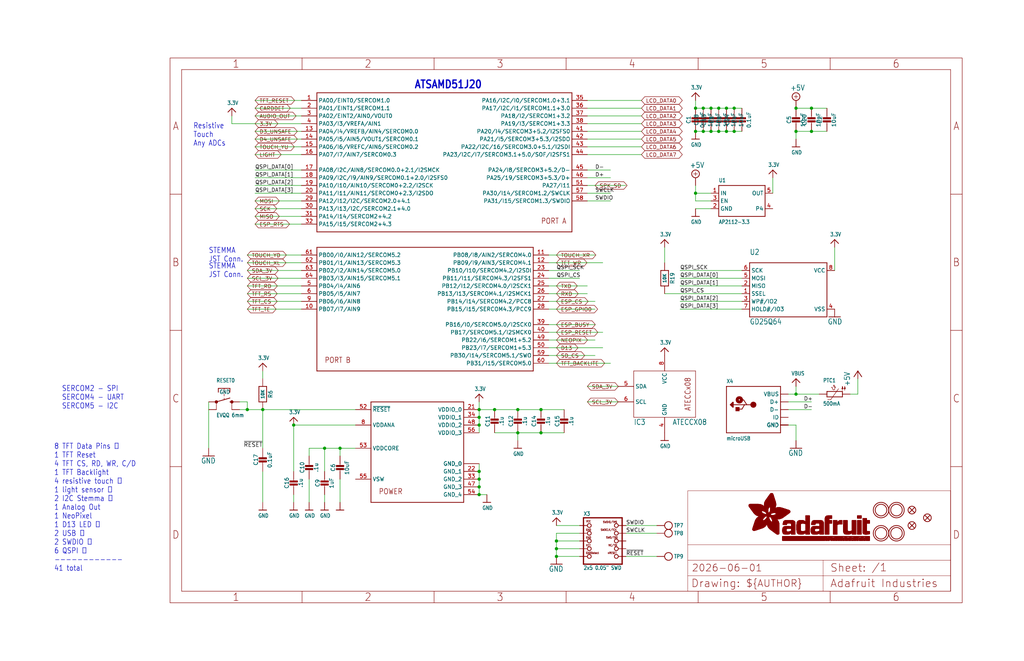
<source format=kicad_sch>
(kicad_sch (version 20230121) (generator eeschema)
  (paper "User" 336.55 217.322)
  (lib_symbols
    (symbol "working-eagle-import:+5V" (power)
      (property "Value" "+5V" (at -1.905 3.175 0))
      (symbol "+5V_1_0"
        (pin power_in line (at 0 -2.54 90) (length 2.54) (name "+5V") (number "1"))
      )
    )
    (symbol "working-eagle-import:3.3V" (power)
      (property "Value" "3.3V" (at -1.524 1.016 0))
      (symbol "3.3V_1_0"
        (pin power_in line (at 0 -2.54 90) (length 2.54) (name "3.3V") (number "1"))
      )
    )
    (symbol "working-eagle-import:ATECCX08"
      (property "Reference" "IC" (at -10.16 -10.16 0))
      (symbol "ATECCX08_1_0"
        (text "ATECCx08" (at 7.62 0 900) (effects (font (size 1.778 1.5113))))
        (pin power_in line (at 0 -12.7 90) (length 5.08) (name "GND") (number "4"))
        (pin bidirectional line (at -15.24 2.54 0) (length 5.08) (name "SDA") (number "5"))
        (pin bidirectional line (at -15.24 -2.54 0) (length 5.08) (name "SCL") (number "6"))
        (pin power_in line (at 0 12.7 270) (length 5.08) (name "VCC") (number "8"))
      )
    )
    (symbol "working-eagle-import:ATSAMD51J"
      (symbol "ATSAMD51J_1_0"
        (text "PORT A" (at 48.26 -22.86 0) (effects (font (size 1.778 1.5113)) (justify left bottom)))
        (pin bidirectional line (at -30.48 17.78 0) (length 5.08) (name "PA00/EINT0/SERCOM1.0") (number "1"))
        (pin bidirectional line (at -30.48 7.62 0) (length 5.08) (name "PA04/I4/VREFB/AIN4/SERCOM0.0") (number "13"))
        (pin bidirectional line (at -30.48 5.08 0) (length 5.08) (name "PA05/I5/AIN5/VOUT1/SERCOM0.1") (number "14"))
        (pin bidirectional line (at -30.48 2.54 0) (length 5.08) (name "PA06/I6/VREFC/AIN6/SERCOM0.2") (number "15"))
        (pin bidirectional line (at -30.48 0 0) (length 5.08) (name "PA07/I7/AIN7/SERCOM0.3") (number "16"))
        (pin bidirectional line (at -30.48 -5.08 0) (length 5.08) (name "PA08/I2C/AIN8/SERCOM0.0+2.1/I2SMCK") (number "17"))
        (pin bidirectional line (at -30.48 -7.62 0) (length 5.08) (name "PA09/I2C/I9/AIN9/SERCOM0.1+2.0/I2SFS0") (number "18"))
        (pin bidirectional line (at -30.48 -10.16 0) (length 5.08) (name "PA10/I10/AIN10/SERCOM0+2.2/I2SCK") (number "19"))
        (pin bidirectional line (at -30.48 15.24 0) (length 5.08) (name "PA01/EINT1/SERCOM1.1") (number "2"))
        (pin bidirectional line (at -30.48 -12.7 0) (length 5.08) (name "PA11/I11/AIN11/SERCOM0+2.3/I2SDO") (number "20"))
        (pin bidirectional line (at -30.48 -15.24 0) (length 5.08) (name "PA12/I12/I2C/SERCOM2.0+4.1") (number "29"))
        (pin bidirectional line (at -30.48 12.7 0) (length 5.08) (name "PA02/EINT2/AIN0/VOUT0") (number "3"))
        (pin bidirectional line (at -30.48 -17.78 0) (length 5.08) (name "PA13/I13/I2C/SERCOM2.1+4.0") (number "30"))
        (pin bidirectional line (at -30.48 -20.32 0) (length 5.08) (name "PA14/I14/SERCOM2+4.2") (number "31"))
        (pin bidirectional line (at -30.48 -22.86 0) (length 5.08) (name "PA15/I15/SERCOM2+4.3") (number "32"))
        (pin bidirectional line (at 63.5 17.78 180) (length 5.08) (name "PA16/I2C/I0/SERCOM1.0+3.1") (number "35"))
        (pin bidirectional line (at 63.5 15.24 180) (length 5.08) (name "PA17/I2C/I1/SERCOM1.1+3.0") (number "36"))
        (pin bidirectional line (at 63.5 12.7 180) (length 5.08) (name "PA18/I2/SERCOM1+3.2") (number "37"))
        (pin bidirectional line (at 63.5 10.16 180) (length 5.08) (name "PA19/I3/SERCOM1+3.3") (number "38"))
        (pin bidirectional line (at -30.48 10.16 0) (length 5.08) (name "PA03/I3/VREFA/AIN1") (number "4"))
        (pin bidirectional line (at 63.5 7.62 180) (length 5.08) (name "PA20/I4/SERCOM3+5.2/I2SFS0") (number "41"))
        (pin bidirectional line (at 63.5 5.08 180) (length 5.08) (name "PA21/I5/SERCOM3+5.3/I2SDO") (number "42"))
        (pin bidirectional line (at 63.5 2.54 180) (length 5.08) (name "PA22/I2C/16/SERCOM3.0+5.1/I2SDI") (number "43"))
        (pin bidirectional line (at 63.5 0 180) (length 5.08) (name "PA23/I2C/I7/SERCOM3.1+5.0/SOF/I2SFS1") (number "44"))
        (pin bidirectional line (at 63.5 -5.08 180) (length 5.08) (name "PA24/I8/SERCOM3+5.2/D-") (number "45"))
        (pin bidirectional line (at 63.5 -7.62 180) (length 5.08) (name "PA25/19/SERCOM3+5.3/D+") (number "46"))
        (pin bidirectional line (at 63.5 -10.16 180) (length 5.08) (name "PA27/I11") (number "51"))
        (pin bidirectional line (at 63.5 -12.7 180) (length 5.08) (name "PA30/I14/SERCOM1.2/SWCLK") (number "57"))
        (pin bidirectional line (at 63.5 -15.24 180) (length 5.08) (name "PA31/I15/SERCOM1.3/SWDIO") (number "58"))
      )
      (symbol "ATSAMD51J_2_0"
        (text "PORT B" (at -35.56 -22.86 0) (effects (font (size 1.778 1.5113)) (justify left bottom)))
        (pin bidirectional line (at -43.18 -5.08 0) (length 5.08) (name "PB07/I7/AIN9") (number "10"))
        (pin bidirectional line (at 38.1 12.7 180) (length 5.08) (name "PB08/I8/AIN2/SERCOM4.0") (number "11"))
        (pin bidirectional line (at 38.1 10.16 180) (length 5.08) (name "PB09/I9/AIN3/SERCOM4.1") (number "12"))
        (pin bidirectional line (at 38.1 7.62 180) (length 5.08) (name "PB10/I10/SERCOM4.2/I2SDI") (number "23"))
        (pin bidirectional line (at 38.1 5.08 180) (length 5.08) (name "PB11/I11/SERCOM4.3/I2SFS1") (number "24"))
        (pin bidirectional line (at 38.1 2.54 180) (length 5.08) (name "PB12/I12/SERCOM4.0/I2SCK1") (number "25"))
        (pin bidirectional line (at 38.1 0 180) (length 5.08) (name "PB13/I13/SERCOM4.1/I2SMCK1") (number "26"))
        (pin bidirectional line (at 38.1 -2.54 180) (length 5.08) (name "PB14/I14/SERCOM4.2/PCC8") (number "27"))
        (pin bidirectional line (at 38.1 -5.08 180) (length 5.08) (name "PB15/I15/SERCOM4.3/PCC9") (number "28"))
        (pin bidirectional line (at 38.1 -10.16 180) (length 5.08) (name "PB16/I0/SERCOM5.0/I2SCK0") (number "39"))
        (pin bidirectional line (at 38.1 -12.7 180) (length 5.08) (name "PB17/SERCOM5.1/I2SMCK0") (number "40"))
        (pin bidirectional line (at 38.1 -15.24 180) (length 5.08) (name "PB22/I6/SERCOM1+5.2") (number "49"))
        (pin bidirectional line (at -43.18 2.54 0) (length 5.08) (name "PB04/I4/AIN6") (number "5"))
        (pin bidirectional line (at 38.1 -17.78 180) (length 5.08) (name "PB23/I7/SERCOM1+5.3") (number "50"))
        (pin bidirectional line (at 38.1 -20.32 180) (length 5.08) (name "PB30/I14/SERCOM5.1/SWO") (number "59"))
        (pin bidirectional line (at -43.18 0 0) (length 5.08) (name "PB05/I5/AIN7") (number "6"))
        (pin bidirectional line (at 38.1 -22.86 180) (length 5.08) (name "PB31/I15/SERCOM5.0") (number "60"))
        (pin bidirectional line (at -43.18 12.7 0) (length 5.08) (name "PB00/I0/AIN12/SERCOM5.2") (number "61"))
        (pin bidirectional line (at -43.18 10.16 0) (length 5.08) (name "PB01/I1/AIN13/SERCOM5.3") (number "62"))
        (pin bidirectional line (at -43.18 7.62 0) (length 5.08) (name "PB02/I2/AIN14/SERCOM5.0") (number "63"))
        (pin bidirectional line (at -43.18 5.08 0) (length 5.08) (name "PB03/I3/AIN15/SERCOM5.1") (number "64"))
        (pin bidirectional line (at -43.18 -2.54 0) (length 5.08) (name "PB06/I6/AIN8") (number "9"))
      )
      (symbol "ATSAMD51J_3_0"
        (text "POWER" (at -12.7 -12.7 0) (effects (font (size 1.778 1.5113)) (justify left bottom)))
        (pin bidirectional line (at 20.32 15.24 180) (length 5.08) (name "VDDIO_0") (number "21"))
        (pin bidirectional line (at 20.32 -5.08 180) (length 5.08) (name "GND_1") (number "22"))
        (pin bidirectional line (at 20.32 -7.62 180) (length 5.08) (name "GND_2") (number "33"))
        (pin bidirectional line (at 20.32 12.7 180) (length 5.08) (name "VDDIO_1") (number "34"))
        (pin bidirectional line (at 20.32 -10.16 180) (length 5.08) (name "GND_3") (number "47"))
        (pin bidirectional line (at 20.32 10.16 180) (length 5.08) (name "VDDIO_2") (number "48"))
        (pin bidirectional line (at -20.32 15.24 0) (length 5.08) (name "~{RESET}") (number "52"))
        (pin bidirectional line (at -20.32 2.54 0) (length 5.08) (name "VDDCORE") (number "53"))
        (pin bidirectional line (at 20.32 -12.7 180) (length 5.08) (name "GND_4") (number "54"))
        (pin bidirectional line (at -20.32 -7.62 0) (length 5.08) (name "VSW") (number "55"))
        (pin bidirectional line (at 20.32 7.62 180) (length 5.08) (name "VDDIO_3") (number "56"))
        (pin bidirectional line (at 20.32 -2.54 180) (length 5.08) (name "GND_0") (number "7"))
        (pin bidirectional line (at -20.32 10.16 0) (length 5.08) (name "VDDANA") (number "8"))
        (pin bidirectional line (at 20.32 -2.54 180) (length 5.08) (name "GND_0") (number "EXP"))
      )
    )
    (symbol "working-eagle-import:CAP_CERAMIC0603_NO"
      (property "Reference" "C" (at -2.29 1.25 90))
      (symbol "CAP_CERAMIC0603_NO_1_0"
        (pin passive line (at 0 5.08 270) (length 2.54) (name "1") (number "1"))
        (pin passive line (at 0 -2.54 90) (length 2.54) (name "2") (number "2"))
      )
    )
    (symbol "working-eagle-import:CAP_CERAMIC0805-NOOUTLINE"
      (property "Reference" "C" (at -2.29 1.25 90))
      (symbol "CAP_CERAMIC0805-NOOUTLINE_1_0"
        (pin passive line (at 0 5.08 270) (length 2.54) (name "1") (number "1"))
        (pin passive line (at 0 -2.54 90) (length 2.54) (name "2") (number "2"))
      )
    )
    (symbol "working-eagle-import:FIDUCIAL_1MM")
    (symbol "working-eagle-import:FRAME_A4_ADAFRUIT"
      (symbol "FRAME_A4_ADAFRUIT_1_0"
        (text "${#}/${##}" (at 230.505 10.16 0) (effects (font (size 2.54 2.54)) (justify left bottom)))
        (text "${AUTHOR}" (at 189.23 5.08 0) (effects (font (size 2.286 2.286)) (justify left bottom)))
        (text "${CURRENT_DATE}" (at 171.45 10.16 0) (effects (font (size 2.286 2.286)) (justify left bottom)))
        (text "${PROJECTNAME}" (at 171.45 15.24 0) (effects (font (size 2.54 2.54)) (justify left bottom)))
        (text "1" (at 21.6958 1.905 0) (effects (font (size 2.54 2.286))))
        (text "1" (at 21.6958 177.165 0) (effects (font (size 2.54 2.286))))
        (text "2" (at 65.0875 1.905 0) (effects (font (size 2.54 2.286))))
        (text "2" (at 65.0875 177.165 0) (effects (font (size 2.54 2.286))))
        (text "3" (at 108.4792 1.905 0) (effects (font (size 2.54 2.286))))
        (text "3" (at 108.4792 177.165 0) (effects (font (size 2.54 2.286))))
        (text "4" (at 151.8708 1.905 0) (effects (font (size 2.54 2.286))))
        (text "4" (at 151.8708 177.165 0) (effects (font (size 2.54 2.286))))
        (text "5" (at 195.2625 1.905 0) (effects (font (size 2.54 2.286))))
        (text "5" (at 195.2625 177.165 0) (effects (font (size 2.54 2.286))))
        (text "6" (at 238.6542 1.905 0) (effects (font (size 2.54 2.286))))
        (text "6" (at 238.6542 177.165 0) (effects (font (size 2.54 2.286))))
        (text "A" (at 1.905 156.6863 0) (effects (font (size 2.54 2.286))))
        (text "A" (at 258.445 156.6863 0) (effects (font (size 2.54 2.286))))
        (text "Adafruit Industries" (at 216.916 4.953 0) (effects (font (size 2.54 2.54)) (justify left bottom)))
        (text "B" (at 1.905 111.9188 0) (effects (font (size 2.54 2.286))))
        (text "B" (at 258.445 111.9188 0) (effects (font (size 2.54 2.286))))
        (text "C" (at 1.905 67.1513 0) (effects (font (size 2.54 2.286))))
        (text "C" (at 258.445 67.1513 0) (effects (font (size 2.54 2.286))))
        (text "D" (at 1.905 22.3838 0) (effects (font (size 2.54 2.286))))
        (text "D" (at 258.445 22.3838 0) (effects (font (size 2.54 2.286))))
        (text "Drawing:" (at 171.196 4.953 0) (effects (font (size 2.54 2.54)) (justify left bottom)))
        (text "Sheet:" (at 216.916 10.033 0) (effects (font (size 2.54 2.54)) (justify left bottom)))
      )
    )
    (symbol "working-eagle-import:GND" (power)
      (property "Value" "GND" (at -1.524 -2.54 0))
      (symbol "GND_1_0"
        (pin power_in line (at 0 2.54 270) (length 2.54) (name "GND") (number "1"))
      )
    )
    (symbol "working-eagle-import:JTAG-CORTEX"
      (property "Reference" "X" (at -6.35 8.255 0))
      (symbol "JTAG-CORTEX_1_0"
        (text "GND" (at -5.588 0.762 0) (effects (font (size 0.635 0.5397)) (justify left bottom)))
        (text "GND" (at -5.588 3.302 0) (effects (font (size 0.635 0.5397)) (justify left bottom)))
        (text "GNDDetect" (at -5.588 -4.318 0) (effects (font (size 0.635 0.5397)) (justify left bottom)))
        (text "KEY" (at -5.588 -1.778 0) (effects (font (size 0.635 0.5397)) (justify left bottom)))
        (text "NC/TDI" (at 1.778 -1.778 0) (effects (font (size 0.635 0.5397)) (justify left bottom)))
        (text "nRESET" (at 1.524 -4.318 0) (effects (font (size 0.635 0.5397)) (justify left bottom)))
        (text "SWDCLK/TCK" (at -0.762 3.302 0) (effects (font (size 0.635 0.5397)) (justify left bottom)))
        (text "SWDIO/TMS" (at 0 5.842 0) (effects (font (size 0.635 0.5397)) (justify left bottom)))
        (text "SWO/TDO" (at 1.016 0.762 0) (effects (font (size 0.635 0.5397)) (justify left bottom)))
        (text "VCC" (at -5.588 6.096 0) (effects (font (size 0.635 0.5397)) (justify left bottom)))
        (pin power_in line (at -7.62 5.08 0) (length 2.54) (name "VCC") (number "1"))
        (pin bidirectional line (at 7.62 -5.08 180) (length 2.54) (name "NRESET") (number "10"))
        (pin bidirectional line (at 7.62 5.08 180) (length 2.54) (name "SWDIO") (number "2"))
        (pin power_in line (at -7.62 2.54 0) (length 2.54) (name "GND@1") (number "3"))
        (pin bidirectional line (at 7.62 2.54 180) (length 2.54) (name "SWDCLK") (number "4"))
        (pin power_in line (at -7.62 0 0) (length 2.54) (name "GND@2") (number "5"))
        (pin bidirectional line (at 7.62 0 180) (length 2.54) (name "SWO") (number "6"))
        (pin bidirectional line (at -7.62 -2.54 0) (length 2.54) (name "KEY") (number "7"))
        (pin bidirectional line (at 7.62 -2.54 180) (length 2.54) (name "TDI") (number "8"))
        (pin bidirectional line (at -7.62 -5.08 0) (length 2.54) (name "GNDDETECT") (number "9"))
      )
    )
    (symbol "working-eagle-import:MOUNTINGHOLE3.0THIN")
    (symbol "working-eagle-import:PTC1206"
      (property "Reference" "PTC" (at -3.81 3.81 0))
      (symbol "PTC1206_1_0"
        (pin passive line (at 5.08 0 180) (length 2.54) (name "1") (number "1"))
        (pin passive line (at -5.08 0 0) (length 2.54) (name "2") (number "2"))
      )
    )
    (symbol "working-eagle-import:RESISTOR_0603_NOOUT"
      (property "Reference" "R" (at 0 2.54 0))
      (symbol "RESISTOR_0603_NOOUT_1_0"
        (pin passive line (at -5.08 0 0) (length 2.54) (name "1") (number "1"))
        (pin passive line (at 5.08 0 180) (length 2.54) (name "2") (number "2"))
      )
    )
    (symbol "working-eagle-import:SPIFLASH_8PIN208MIL"
      (property "Reference" "U" (at -12.7 12.7 0))
      (symbol "SPIFLASH_8PIN208MIL_1_0"
        (pin bidirectional line (at -15.24 0 0) (length 2.54) (name "SSEL") (number "1"))
        (pin bidirectional line (at -15.24 2.54 0) (length 2.54) (name "MISO") (number "2"))
        (pin bidirectional line (at -15.24 -2.54 0) (length 2.54) (name "WP#/IO2") (number "3"))
        (pin bidirectional line (at 15.24 -5.08 180) (length 2.54) (name "VSS") (number "4"))
        (pin bidirectional line (at -15.24 5.08 0) (length 2.54) (name "MOSI") (number "5"))
        (pin bidirectional line (at -15.24 7.62 0) (length 2.54) (name "SCK") (number "6"))
        (pin bidirectional line (at -15.24 -5.08 0) (length 2.54) (name "HOLD#/IO3") (number "7"))
        (pin bidirectional line (at 15.24 7.62 180) (length 2.54) (name "VCC") (number "8"))
      )
    )
    (symbol "working-eagle-import:SWITCH_TACT_SMT_EVQQ2_SMALL"
      (property "Reference" "SW" (at -2.54 6.35 0))
      (symbol "SWITCH_TACT_SMT_EVQQ2_SMALL_1_0"
        (pin passive line (at -5.08 0 0) (length 2.54) (name "P") (number "A"))
        (pin passive line (at -5.08 -2.54 0) (length 2.54) (name "P1") (number "A'"))
        (pin passive line (at 5.08 0 180) (length 2.54) (name "S") (number "B"))
        (pin passive line (at 5.08 -2.54 180) (length 2.54) (name "S1") (number "B'"))
      )
    )
    (symbol "working-eagle-import:TESTPOINTROUND1.5MM"
      (property "Reference" "TP" (at 0 5.588 90))
      (symbol "TESTPOINTROUND1.5MM_1_0"
        (pin bidirectional line (at 0 0 90) (length 2.54) (name "P$1") (number "P$1"))
      )
    )
    (symbol "working-eagle-import:USB_MICRO_NARROW"
      (property "Reference" "X" (at -10.16 8.636 0))
      (symbol "USB_MICRO_NARROW_1_0"
        (pin power_in line (at 10.16 -5.08 180) (length 2.54) (name "GND") (number "BASE@1"))
        (pin power_in line (at 10.16 -5.08 180) (length 2.54) (name "GND") (number "BASE@2"))
        (pin bidirectional line (at 10.16 2.54 180) (length 2.54) (name "D+") (number "D+"))
        (pin bidirectional line (at 10.16 0 180) (length 2.54) (name "D-") (number "D-"))
        (pin power_in line (at 10.16 -5.08 180) (length 2.54) (name "GND") (number "GND"))
        (pin bidirectional line (at 10.16 -2.54 180) (length 2.54) (name "ID") (number "ID"))
        (pin power_in line (at 10.16 -5.08 180) (length 2.54) (name "GND") (number "SPRT@1"))
        (pin power_in line (at 10.16 -5.08 180) (length 2.54) (name "GND") (number "SPRT@2"))
        (pin power_in line (at 10.16 -5.08 180) (length 2.54) (name "GND") (number "SPRT@3"))
        (pin power_in line (at 10.16 -5.08 180) (length 2.54) (name "GND") (number "SPRT@4"))
        (pin power_in line (at 10.16 5.08 180) (length 2.54) (name "VBUS") (number "VBUS"))
      )
    )
    (symbol "working-eagle-import:VBUS" (power)
      (property "Value" "VBUS" (at -1.524 1.016 0))
      (symbol "VBUS_1_0"
        (pin power_in line (at 0 -2.54 90) (length 2.54) (name "VBUS") (number "1"))
      )
    )
    (symbol "working-eagle-import:VREG_SOT23-5"
      (property "Reference" "U" (at -7.62 6.096 0))
      (symbol "VREG_SOT23-5_1_0"
        (pin power_in line (at -10.16 2.54 0) (length 2.54) (name "IN") (number "1"))
        (pin power_in line (at -10.16 -2.54 0) (length 2.54) (name "GND") (number "2"))
        (pin input line (at -10.16 0 0) (length 2.54) (name "EN") (number "3"))
        (pin bidirectional line (at 10.16 -2.54 180) (length 2.54) (name "P4") (number "4"))
        (pin power_in line (at 10.16 2.54 180) (length 2.54) (name "OUT") (number "5"))
      )
    )
    (symbol "working-eagle-import:supply1_+5V" (power)
      (property "Value" "supply1_+5V" (at -2.54 -5.08 90))
      (symbol "supply1_+5V_1_0"
        (pin power_in line (at 0 -2.54 90) (length 2.54) (name "+5V") (number "1"))
      )
    )
    (symbol "working-eagle-import:supply1_GND" (power)
      (property "Value" "supply1_GND" (at -2.54 -2.54 0))
      (symbol "supply1_GND_1_0"
        (pin power_in line (at 0 2.54 270) (length 2.54) (name "GND") (number "1"))
      )
    )
  )
  (junction (at 233.68 35.56))
  (junction (at 261.62 129.54))
  (junction (at 182.88 180.34))
  (junction (at 157.48 139.7))
  (junction (at 228.6 43.18))
  (junction (at 157.48 160.02))
  (junction (at 170.18 142.24))
  (junction (at 266.7 43.18))
  (junction (at 157.48 137.16))
  (junction (at 157.48 154.94))
  (junction (at 106.68 147.32))
  (junction (at 157.48 162.56))
  (junction (at 157.48 157.48))
  (junction (at 182.88 182.88))
  (junction (at 96.52 139.7))
  (junction (at 182.88 177.8))
  (junction (at 236.22 35.56))
  (junction (at 177.8 134.62))
  (junction (at 238.76 35.56))
  (junction (at 236.22 43.18))
  (junction (at 261.62 43.18))
  (junction (at 157.48 134.62))
  (junction (at 162.56 134.62))
  (junction (at 228.6 63.5))
  (junction (at 261.62 35.56))
  (junction (at 111.76 147.32))
  (junction (at 231.14 43.18))
  (junction (at 177.8 142.24))
  (junction (at 266.7 35.56))
  (junction (at 241.3 43.18))
  (junction (at 86.36 134.62))
  (junction (at 170.18 134.62))
  (junction (at 81.28 134.62))
  (junction (at 233.68 43.18))
  (junction (at 241.3 35.56))
  (junction (at 231.14 35.56))
  (junction (at 238.76 43.18))
  (junction (at 228.6 35.56))
  (wire (pts (xy 193.04 50.8) (xy 210.82 50.8)) (stroke (width 0.1524)))
  (wire (pts (xy 180.34 99.06) (xy 195.58 99.06)) (stroke (width 0.1524)))
  (wire (pts (xy 238.76 35.56) (xy 241.3 35.56)) (stroke (width 0.1524)))
  (wire (pts (xy 215.9 175.26) (xy 205.74 175.26)) (stroke (width 0.1524)))
  (wire (pts (xy 180.34 116.84) (xy 195.58 116.84)) (stroke (width 0.1524)))
  (wire (pts (xy 190.5 180.34) (xy 182.88 180.34)) (stroke (width 0.1524)))
  (wire (pts (xy 228.6 68.58) (xy 233.68 68.58)) (stroke (width 0.1524)))
  (wire (pts (xy 218.44 81.28) (xy 218.44 86.36)) (stroke (width 0.1524)))
  (wire (pts (xy 76.2 40.64) (xy 76.2 38.1)) (stroke (width 0.1524)))
  (wire (pts (xy 243.84 96.52) (xy 218.44 96.52)) (stroke (width 0.1524)))
  (wire (pts (xy 78.74 132.08) (xy 81.28 132.08)) (stroke (width 0.1524)))
  (wire (pts (xy 157.48 137.16) (xy 157.48 134.62)) (stroke (width 0.1524)))
  (wire (pts (xy 99.06 55.88) (xy 83.82 55.88)) (stroke (width 0.1524)))
  (wire (pts (xy 99.06 88.9) (xy 81.28 88.9)) (stroke (width 0.1524)))
  (wire (pts (xy 180.34 114.3) (xy 198.12 114.3)) (stroke (width 0.1524)))
  (wire (pts (xy 157.48 132.08) (xy 157.48 134.62)) (stroke (width 0.1524)))
  (wire (pts (xy 99.06 38.1) (xy 83.82 38.1)) (stroke (width 0.1524)))
  (wire (pts (xy 83.82 68.58) (xy 99.06 68.58)) (stroke (width 0.1524)))
  (wire (pts (xy 180.34 111.76) (xy 195.58 111.76)) (stroke (width 0.1524)))
  (wire (pts (xy 99.06 63.5) (xy 83.82 63.5)) (stroke (width 0.1524)))
  (wire (pts (xy 99.06 43.18) (xy 83.82 43.18)) (stroke (width 0.1524)))
  (wire (pts (xy 228.6 60.96) (xy 228.6 63.5)) (stroke (width 0.1524)))
  (wire (pts (xy 180.34 83.82) (xy 195.58 83.82)) (stroke (width 0.1524)))
  (wire (pts (xy 157.48 139.7) (xy 157.48 137.16)) (stroke (width 0.1524)))
  (wire (pts (xy 170.18 142.24) (xy 177.8 142.24)) (stroke (width 0.1524)))
  (wire (pts (xy 193.04 132.08) (xy 203.2 132.08)) (stroke (width 0.1524)))
  (wire (pts (xy 83.82 45.72) (xy 99.06 45.72)) (stroke (width 0.1524)))
  (wire (pts (xy 157.48 160.02) (xy 157.48 162.56)) (stroke (width 0.1524)))
  (wire (pts (xy 180.34 91.44) (xy 190.5 91.44)) (stroke (width 0.1524)))
  (wire (pts (xy 193.04 43.18) (xy 210.82 43.18)) (stroke (width 0.1524)))
  (wire (pts (xy 281.94 129.54) (xy 281.94 124.46)) (stroke (width 0.1524)))
  (wire (pts (xy 193.04 48.26) (xy 210.82 48.26)) (stroke (width 0.1524)))
  (wire (pts (xy 261.62 129.54) (xy 261.62 127)) (stroke (width 0.1524)))
  (wire (pts (xy 111.76 157.48) (xy 111.76 165.1)) (stroke (width 0.1524)))
  (wire (pts (xy 241.3 35.56) (xy 243.84 35.56)) (stroke (width 0.1524)))
  (wire (pts (xy 243.84 88.9) (xy 223.52 88.9)) (stroke (width 0.1524)))
  (wire (pts (xy 96.52 162.56) (xy 96.52 165.1)) (stroke (width 0.1524)))
  (wire (pts (xy 182.88 175.26) (xy 182.88 177.8)) (stroke (width 0.1524)))
  (wire (pts (xy 83.82 73.66) (xy 99.06 73.66)) (stroke (width 0.1524)))
  (wire (pts (xy 261.62 129.54) (xy 269.24 129.54)) (stroke (width 0.1524)))
  (wire (pts (xy 228.6 43.18) (xy 231.14 43.18)) (stroke (width 0.1524)))
  (wire (pts (xy 99.06 33.02) (xy 83.82 33.02)) (stroke (width 0.1524)))
  (wire (pts (xy 170.18 144.78) (xy 170.18 142.24)) (stroke (width 0.1524)))
  (wire (pts (xy 182.88 180.34) (xy 182.88 182.88)) (stroke (width 0.1524)))
  (wire (pts (xy 99.06 86.36) (xy 81.28 86.36)) (stroke (width 0.1524)))
  (wire (pts (xy 193.04 55.88) (xy 200.66 55.88)) (stroke (width 0.1524)))
  (wire (pts (xy 180.34 86.36) (xy 198.12 86.36)) (stroke (width 0.1524)))
  (wire (pts (xy 106.68 162.56) (xy 106.68 165.1)) (stroke (width 0.1524)))
  (wire (pts (xy 205.74 172.72) (xy 215.9 172.72)) (stroke (width 0.1524)))
  (wire (pts (xy 243.84 93.98) (xy 223.52 93.98)) (stroke (width 0.1524)))
  (wire (pts (xy 111.76 147.32) (xy 106.68 147.32)) (stroke (width 0.1524)))
  (wire (pts (xy 274.32 81.28) (xy 274.32 88.9)) (stroke (width 0.1524)))
  (wire (pts (xy 180.34 93.98) (xy 193.04 93.98)) (stroke (width 0.1524)))
  (wire (pts (xy 228.6 63.5) (xy 233.68 63.5)) (stroke (width 0.1524)))
  (wire (pts (xy 116.84 147.32) (xy 111.76 147.32)) (stroke (width 0.1524)))
  (wire (pts (xy 180.34 106.68) (xy 195.58 106.68)) (stroke (width 0.1524)))
  (wire (pts (xy 259.08 132.08) (xy 266.7 132.08)) (stroke (width 0.1524)))
  (wire (pts (xy 185.42 134.62) (xy 177.8 134.62)) (stroke (width 0.1524)))
  (wire (pts (xy 99.06 35.56) (xy 83.82 35.56)) (stroke (width 0.1524)))
  (wire (pts (xy 99.06 58.42) (xy 83.82 58.42)) (stroke (width 0.1524)))
  (wire (pts (xy 205.74 182.88) (xy 215.9 182.88)) (stroke (width 0.1524)))
  (wire (pts (xy 228.6 66.04) (xy 228.6 63.5)) (stroke (width 0.1524)))
  (wire (pts (xy 193.04 33.02) (xy 210.82 33.02)) (stroke (width 0.1524)))
  (wire (pts (xy 203.2 127) (xy 193.04 127)) (stroke (width 0.1524)))
  (wire (pts (xy 266.7 35.56) (xy 271.78 35.56)) (stroke (width 0.1524)))
  (wire (pts (xy 261.62 43.18) (xy 266.7 43.18)) (stroke (width 0.1524)))
  (wire (pts (xy 241.3 43.18) (xy 238.76 43.18)) (stroke (width 0.1524)))
  (wire (pts (xy 99.06 96.52) (xy 81.28 96.52)) (stroke (width 0.1524)))
  (wire (pts (xy 99.06 50.8) (xy 83.82 50.8)) (stroke (width 0.1524)))
  (wire (pts (xy 236.22 35.56) (xy 233.68 35.56)) (stroke (width 0.1524)))
  (wire (pts (xy 86.36 165.1) (xy 86.36 154.94)) (stroke (width 0.1524)))
  (wire (pts (xy 193.04 45.72) (xy 210.82 45.72)) (stroke (width 0.1524)))
  (wire (pts (xy 99.06 71.12) (xy 83.82 71.12)) (stroke (width 0.1524)))
  (wire (pts (xy 193.04 63.5) (xy 200.66 63.5)) (stroke (width 0.1524)))
  (wire (pts (xy 180.34 119.38) (xy 200.66 119.38)) (stroke (width 0.1524)))
  (wire (pts (xy 223.52 101.6) (xy 243.84 101.6)) (stroke (width 0.1524)))
  (wire (pts (xy 182.88 177.8) (xy 182.88 180.34)) (stroke (width 0.1524)))
  (wire (pts (xy 261.62 139.7) (xy 261.62 144.78)) (stroke (width 0.1524)))
  (wire (pts (xy 86.36 134.62) (xy 81.28 134.62)) (stroke (width 0.1524)))
  (wire (pts (xy 177.8 142.24) (xy 185.42 142.24)) (stroke (width 0.1524)))
  (wire (pts (xy 83.82 48.26) (xy 99.06 48.26)) (stroke (width 0.1524)))
  (wire (pts (xy 81.28 132.08) (xy 81.28 134.62)) (stroke (width 0.1524)))
  (wire (pts (xy 78.74 134.62) (xy 81.28 134.62)) (stroke (width 0.1524)))
  (wire (pts (xy 99.06 60.96) (xy 83.82 60.96)) (stroke (width 0.1524)))
  (wire (pts (xy 86.36 121.92) (xy 86.36 124.46)) (stroke (width 0.1524)))
  (wire (pts (xy 266.7 134.62) (xy 259.08 134.62)) (stroke (width 0.1524)))
  (wire (pts (xy 157.48 154.94) (xy 157.48 157.48)) (stroke (width 0.1524)))
  (wire (pts (xy 243.84 99.06) (xy 223.52 99.06)) (stroke (width 0.1524)))
  (wire (pts (xy 233.68 35.56) (xy 231.14 35.56)) (stroke (width 0.1524)))
  (wire (pts (xy 190.5 172.72) (xy 182.88 172.72)) (stroke (width 0.1524)))
  (wire (pts (xy 99.06 93.98) (xy 81.28 93.98)) (stroke (width 0.1524)))
  (wire (pts (xy 180.34 96.52) (xy 193.04 96.52)) (stroke (width 0.1524)))
  (wire (pts (xy 261.62 35.56) (xy 266.7 35.56)) (stroke (width 0.1524)))
  (wire (pts (xy 238.76 43.18) (xy 236.22 43.18)) (stroke (width 0.1524)))
  (wire (pts (xy 182.88 182.88) (xy 190.5 182.88)) (stroke (width 0.1524)))
  (wire (pts (xy 116.84 139.7) (xy 96.52 139.7)) (stroke (width 0.1524)))
  (wire (pts (xy 160.02 162.56) (xy 157.48 162.56)) (stroke (width 0.1524)))
  (wire (pts (xy 99.06 99.06) (xy 81.28 99.06)) (stroke (width 0.1524)))
  (wire (pts (xy 157.48 134.62) (xy 162.56 134.62)) (stroke (width 0.1524)))
  (wire (pts (xy 266.7 43.18) (xy 271.78 43.18)) (stroke (width 0.1524)))
  (wire (pts (xy 193.04 38.1) (xy 210.82 38.1)) (stroke (width 0.1524)))
  (wire (pts (xy 157.48 152.4) (xy 157.48 154.94)) (stroke (width 0.1524)))
  (wire (pts (xy 193.04 35.56) (xy 210.82 35.56)) (stroke (width 0.1524)))
  (wire (pts (xy 86.36 147.32) (xy 86.36 134.62)) (stroke (width 0.1524)))
  (wire (pts (xy 180.34 101.6) (xy 195.58 101.6)) (stroke (width 0.1524)))
  (wire (pts (xy 99.06 66.04) (xy 83.82 66.04)) (stroke (width 0.1524)))
  (wire (pts (xy 106.68 154.94) (xy 106.68 147.32)) (stroke (width 0.1524)))
  (wire (pts (xy 259.08 139.7) (xy 261.62 139.7)) (stroke (width 0.1524)))
  (wire (pts (xy 193.04 60.96) (xy 205.74 60.96)) (stroke (width 0.1524)))
  (wire (pts (xy 170.18 134.62) (xy 177.8 134.62)) (stroke (width 0.1524)))
  (wire (pts (xy 193.04 40.64) (xy 210.82 40.64)) (stroke (width 0.1524)))
  (wire (pts (xy 68.58 132.08) (xy 68.58 147.32)) (stroke (width 0.1524)))
  (wire (pts (xy 236.22 35.56) (xy 238.76 35.56)) (stroke (width 0.1524)))
  (wire (pts (xy 231.14 35.56) (xy 228.6 35.56)) (stroke (width 0.1524)))
  (wire (pts (xy 99.06 83.82) (xy 81.28 83.82)) (stroke (width 0.1524)))
  (wire (pts (xy 101.6 157.48) (xy 101.6 165.1)) (stroke (width 0.1524)))
  (wire (pts (xy 254 58.42) (xy 254 63.5)) (stroke (width 0.1524)))
  (wire (pts (xy 111.76 147.32) (xy 111.76 149.86)) (stroke (width 0.1524)))
  (wire (pts (xy 193.04 66.04) (xy 200.66 66.04)) (stroke (width 0.1524)))
  (wire (pts (xy 99.06 101.6) (xy 81.28 101.6)) (stroke (width 0.1524)))
  (wire (pts (xy 193.04 58.42) (xy 200.66 58.42)) (stroke (width 0.1524)))
  (wire (pts (xy 279.4 129.54) (xy 281.94 129.54)) (stroke (width 0.1524)))
  (wire (pts (xy 106.68 147.32) (xy 101.6 147.32)) (stroke (width 0.1524)))
  (wire (pts (xy 116.84 134.62) (xy 86.36 134.62)) (stroke (width 0.1524)))
  (wire (pts (xy 99.06 40.64) (xy 76.2 40.64)) (stroke (width 0.1524)))
  (wire (pts (xy 259.08 129.54) (xy 261.62 129.54)) (stroke (width 0.1524)))
  (wire (pts (xy 261.62 45.72) (xy 261.62 43.18)) (stroke (width 0.1524)))
  (wire (pts (xy 157.48 142.24) (xy 157.48 139.7)) (stroke (width 0.1524)))
  (wire (pts (xy 101.6 147.32) (xy 101.6 149.86)) (stroke (width 0.1524)))
  (wire (pts (xy 228.6 33.02) (xy 228.6 35.56)) (stroke (width 0.1524)))
  (wire (pts (xy 233.68 66.04) (xy 228.6 66.04)) (stroke (width 0.1524)))
  (wire (pts (xy 223.52 91.44) (xy 243.84 91.44)) (stroke (width 0.1524)))
  (wire (pts (xy 162.56 134.62) (xy 170.18 134.62)) (stroke (width 0.1524)))
  (wire (pts (xy 190.5 177.8) (xy 182.88 177.8)) (stroke (width 0.1524)))
  (wire (pts (xy 162.56 142.24) (xy 170.18 142.24)) (stroke (width 0.1524)))
  (wire (pts (xy 190.5 175.26) (xy 182.88 175.26)) (stroke (width 0.1524)))
  (wire (pts (xy 231.14 43.18) (xy 233.68 43.18)) (stroke (width 0.1524)))
  (wire (pts (xy 157.48 157.48) (xy 157.48 160.02)) (stroke (width 0.1524)))
  (wire (pts (xy 233.68 43.18) (xy 236.22 43.18)) (stroke (width 0.1524)))
  (wire (pts (xy 96.52 139.7) (xy 96.52 154.94)) (stroke (width 0.1524)))
  (wire (pts (xy 180.34 88.9) (xy 190.5 88.9)) (stroke (width 0.1524)))
  (wire (pts (xy 81.28 91.44) (xy 99.06 91.44)) (stroke (width 0.1524)))
  (wire (pts (xy 243.84 43.18) (xy 241.3 43.18)) (stroke (width 0.1524)))
  (wire (pts (xy 180.34 109.22) (xy 198.12 109.22)) (stroke (width 0.1524)))
  (text "ATSAMD51J20" (at 147.32 27.94 0) (effects (font (size 2.54 2.159) (thickness 0.4318) bold)))
  (text "STEMMA\nJST Conn." (at 68.58 91.44 0) (effects (font (size 1.778 1.5113)) (justify left bottom)))
  (text "Resistive\nTouch\nAny ADCs" (at 63.5 48.26 0) (effects (font (size 1.778 1.5113)) (justify left bottom)))
  (text "SERCOM2 - SPI\nSERCOM4 - UART\nSERCOM5 - I2C" (at 20.32 134.62 0) (effects (font (size 1.778 1.5113)) (justify left bottom)))
  (text "8 TFT Data Pins ✓\n1 TFT Reset\n4 TFT CS, RD, WR, C/D\n1 TFT Backlight\n4 resistive touch ✓\n1 light sensor ✓\n2 I2C Stemma ✓\n1 Analog Out\n1 NeoPixel\n1 D13 LED ✓\n2 USB ✓\n2 SWDIO ✓\n6 QSPI ✓\n------------\n41 total" (at 17.78 187.96 0) (effects (font (size 1.778 1.5113)) (justify left bottom)))
  (text "STEMMA\nJST Conn." (at 68.58 86.36 0) (effects (font (size 1.778 1.5113)) (justify left bottom)))
  (label "QSPI_DATA[2]" (at 223.52 99.06 0) (effects (font (size 1.2446 1.2446))))
  (label "~{RESET}" (at 205.74 182.88 0) (effects (font (size 1.2446 1.2446))))
  (label "QSPI_SCK" (at 182.88 88.9 0) (effects (font (size 1.2446 1.2446))))
  (label "~{RESET}" (at 86.36 147.32 180) (effects (font (size 1.3513 1.3513))))
  (label "SWDIO" (at 205.74 172.72 0) (effects (font (size 1.2446 1.2446))))
  (label "QSPI_DATA[3]" (at 83.82 63.5 0) (effects (font (size 1.2446 1.2446))))
  (label "D-" (at 195.58 55.88 0) (effects (font (size 1.2446 1.2446))))
  (label "QSPI_DATA[0]" (at 83.82 55.88 0) (effects (font (size 1.2446 1.2446))))
  (label "QSPI_DATA[1]" (at 223.52 93.98 0) (effects (font (size 1.2446 1.2446))))
  (label "D-" (at 264.16 134.62 0) (effects (font (size 1.2446 1.2446))))
  (label "QSPI_DATA[2]" (at 83.82 60.96 0) (effects (font (size 1.2446 1.2446))))
  (label "QSPI_DATA[0]" (at 223.52 91.44 0) (effects (font (size 1.2446 1.2446))))
  (label "QSPI_CS" (at 182.88 91.44 0) (effects (font (size 1.2446 1.2446))))
  (label "QSPI_DATA[1]" (at 83.82 58.42 0) (effects (font (size 1.2446 1.2446))))
  (label "SWCLK" (at 205.74 175.26 0) (effects (font (size 1.2446 1.2446))))
  (label "QSPI_CS" (at 223.52 96.52 0) (effects (font (size 1.2446 1.2446))))
  (label "D+" (at 195.58 58.42 0) (effects (font (size 1.2446 1.2446))))
  (label "QSPI_SCK" (at 223.52 88.9 0) (effects (font (size 1.2446 1.2446))))
  (label "QSPI_DATA[3]" (at 223.52 101.6 0) (effects (font (size 1.2446 1.2446))))
  (label "SWDIO" (at 195.58 66.04 0) (effects (font (size 1.2446 1.2446))))
  (label "SWCLK" (at 195.58 63.5 0) (effects (font (size 1.2446 1.2446))))
  (label "D+" (at 264.16 132.08 0) (effects (font (size 1.2446 1.2446))))
  (global_label "TOUCH_YU" (shape bidirectional) (at 83.82 48.26 0) (effects (font (size 1.2446 1.2446))) (property "Intersheetrefs" "${INTERSHEET_REFS}" (effects hide)))
  (global_label "ESP_RESET" (shape bidirectional) (at 182.88 109.22 0) (effects (font (size 1.2446 1.2446))) (property "Intersheetrefs" "${INTERSHEET_REFS}" (effects hide)))
  (global_label "SDA_3V" (shape bidirectional) (at 193.04 127 0) (effects (font (size 1.2446 1.2446))) (property "Intersheetrefs" "${INTERSHEET_REFS}" (effects hide)))
  (global_label "D13" (shape bidirectional) (at 182.88 114.3 0) (effects (font (size 1.2446 1.2446))) (property "Intersheetrefs" "${INTERSHEET_REFS}" (effects hide)))
  (global_label "LCD_DATA7" (shape bidirectional) (at 210.82 50.8 0) (effects (font (size 1.2446 1.2446))) (property "Intersheetrefs" "${INTERSHEET_REFS}" (effects hide)))
  (global_label "ESP_BUSY" (shape bidirectional) (at 182.88 106.68 0) (effects (font (size 1.2446 1.2446))) (property "Intersheetrefs" "${INTERSHEET_REFS}" (effects hide)))
  (global_label "RXD" (shape bidirectional) (at 182.88 96.52 0) (effects (font (size 1.2446 1.2446))) (property "Intersheetrefs" "${INTERSHEET_REFS}" (effects hide)))
  (global_label "TOUCH_XR" (shape bidirectional) (at 182.88 83.82 0) (effects (font (size 1.2446 1.2446))) (property "Intersheetrefs" "${INTERSHEET_REFS}" (effects hide)))
  (global_label "TOUCH_YD" (shape bidirectional) (at 81.28 83.82 0) (effects (font (size 1.2446 1.2446))) (property "Intersheetrefs" "${INTERSHEET_REFS}" (effects hide)))
  (global_label "LCD_DATA5" (shape bidirectional) (at 210.82 45.72 0) (effects (font (size 1.2446 1.2446))) (property "Intersheetrefs" "${INTERSHEET_REFS}" (effects hide)))
  (global_label "LCD_DATA0" (shape bidirectional) (at 210.82 33.02 0) (effects (font (size 1.2446 1.2446))) (property "Intersheetrefs" "${INTERSHEET_REFS}" (effects hide)))
  (global_label "MISO" (shape bidirectional) (at 83.82 71.12 0) (effects (font (size 1.2446 1.2446))) (property "Intersheetrefs" "${INTERSHEET_REFS}" (effects hide)))
  (global_label "TOUCH_XL" (shape bidirectional) (at 81.28 86.36 0) (effects (font (size 1.2446 1.2446))) (property "Intersheetrefs" "${INTERSHEET_REFS}" (effects hide)))
  (global_label "CARDDET" (shape bidirectional) (at 83.82 35.56 0) (effects (font (size 1.2446 1.2446))) (property "Intersheetrefs" "${INTERSHEET_REFS}" (effects hide)))
  (global_label "TFT_RESET" (shape bidirectional) (at 83.82 33.02 0) (effects (font (size 1.2446 1.2446))) (property "Intersheetrefs" "${INTERSHEET_REFS}" (effects hide)))
  (global_label "D4_UNSAFE" (shape bidirectional) (at 83.82 45.72 0) (effects (font (size 1.2446 1.2446))) (property "Intersheetrefs" "${INTERSHEET_REFS}" (effects hide)))
  (global_label "3.3V" (shape bidirectional) (at 83.82 40.64 0) (effects (font (size 1.2446 1.2446))) (property "Intersheetrefs" "${INTERSHEET_REFS}" (effects hide)))
  (global_label "SCL_3V" (shape bidirectional) (at 193.04 132.08 0) (effects (font (size 1.2446 1.2446))) (property "Intersheetrefs" "${INTERSHEET_REFS}" (effects hide)))
  (global_label "TFT_BACKLITE" (shape bidirectional) (at 182.88 119.38 0) (effects (font (size 1.2446 1.2446))) (property "Intersheetrefs" "${INTERSHEET_REFS}" (effects hide)))
  (global_label "ESP_GPIO0" (shape bidirectional) (at 182.88 101.6 0) (effects (font (size 1.2446 1.2446))) (property "Intersheetrefs" "${INTERSHEET_REFS}" (effects hide)))
  (global_label "TFT_TE" (shape bidirectional) (at 81.28 101.6 0) (effects (font (size 1.2446 1.2446))) (property "Intersheetrefs" "${INTERSHEET_REFS}" (effects hide)))
  (global_label "SDA_3V" (shape bidirectional) (at 81.28 88.9 0) (effects (font (size 1.2446 1.2446))) (property "Intersheetrefs" "${INTERSHEET_REFS}" (effects hide)))
  (global_label "SD_CS" (shape bidirectional) (at 182.88 116.84 0) (effects (font (size 1.2446 1.2446))) (property "Intersheetrefs" "${INTERSHEET_REFS}" (effects hide)))
  (global_label "SCL_3V" (shape bidirectional) (at 81.28 91.44 0) (effects (font (size 1.2446 1.2446))) (property "Intersheetrefs" "${INTERSHEET_REFS}" (effects hide)))
  (global_label "LIGHT" (shape bidirectional) (at 83.82 50.8 0) (effects (font (size 1.2446 1.2446))) (property "Intersheetrefs" "${INTERSHEET_REFS}" (effects hide)))
  (global_label "AUDIO_OUT" (shape bidirectional) (at 83.82 38.1 0) (effects (font (size 1.2446 1.2446))) (property "Intersheetrefs" "${INTERSHEET_REFS}" (effects hide)))
  (global_label "SCK" (shape bidirectional) (at 83.82 68.58 0) (effects (font (size 1.2446 1.2446))) (property "Intersheetrefs" "${INTERSHEET_REFS}" (effects hide)))
  (global_label "LCD_DATA6" (shape bidirectional) (at 210.82 48.26 0) (effects (font (size 1.2446 1.2446))) (property "Intersheetrefs" "${INTERSHEET_REFS}" (effects hide)))
  (global_label "SPK_SD" (shape bidirectional) (at 195.58 60.96 0) (effects (font (size 1.2446 1.2446))) (property "Intersheetrefs" "${INTERSHEET_REFS}" (effects hide)))
  (global_label "TXD" (shape bidirectional) (at 182.88 93.98 0) (effects (font (size 1.2446 1.2446))) (property "Intersheetrefs" "${INTERSHEET_REFS}" (effects hide)))
  (global_label "D3_UNSAFE" (shape bidirectional) (at 83.82 43.18 0) (effects (font (size 1.2446 1.2446))) (property "Intersheetrefs" "${INTERSHEET_REFS}" (effects hide)))
  (global_label "TFT_RD" (shape bidirectional) (at 81.28 93.98 0) (effects (font (size 1.2446 1.2446))) (property "Intersheetrefs" "${INTERSHEET_REFS}" (effects hide)))
  (global_label "LCD_DATA2" (shape bidirectional) (at 210.82 38.1 0) (effects (font (size 1.2446 1.2446))) (property "Intersheetrefs" "${INTERSHEET_REFS}" (effects hide)))
  (global_label "LCD_DATA1" (shape bidirectional) (at 210.82 35.56 0) (effects (font (size 1.2446 1.2446))) (property "Intersheetrefs" "${INTERSHEET_REFS}" (effects hide)))
  (global_label "ESP_CS" (shape bidirectional) (at 182.88 99.06 0) (effects (font (size 1.2446 1.2446))) (property "Intersheetrefs" "${INTERSHEET_REFS}" (effects hide)))
  (global_label "TFT_RS" (shape bidirectional) (at 81.28 96.52 0) (effects (font (size 1.2446 1.2446))) (property "Intersheetrefs" "${INTERSHEET_REFS}" (effects hide)))
  (global_label "LCD_DATA4" (shape bidirectional) (at 210.82 43.18 0) (effects (font (size 1.2446 1.2446))) (property "Intersheetrefs" "${INTERSHEET_REFS}" (effects hide)))
  (global_label "MOSI" (shape bidirectional) (at 83.82 66.04 0) (effects (font (size 1.2446 1.2446))) (property "Intersheetrefs" "${INTERSHEET_REFS}" (effects hide)))
  (global_label "LCD_DATA3" (shape bidirectional) (at 210.82 40.64 0) (effects (font (size 1.2446 1.2446))) (property "Intersheetrefs" "${INTERSHEET_REFS}" (effects hide)))
  (global_label "TFT_CS" (shape bidirectional) (at 81.28 99.06 0) (effects (font (size 1.2446 1.2446))) (property "Intersheetrefs" "${INTERSHEET_REFS}" (effects hide)))
  (global_label "NEOPIX" (shape bidirectional) (at 182.88 111.76 0) (effects (font (size 1.2446 1.2446))) (property "Intersheetrefs" "${INTERSHEET_REFS}" (effects hide)))
  (global_label "TFT_WR" (shape bidirectional) (at 182.88 86.36 0) (effects (font (size 1.2446 1.2446))) (property "Intersheetrefs" "${INTERSHEET_REFS}" (effects hide)))
  (global_label "ESP_RTS" (shape bidirectional) (at 83.82 73.66 0) (effects (font (size 1.2446 1.2446))) (property "Intersheetrefs" "${INTERSHEET_REFS}" (effects hide)))
  (symbol (lib_id "working-eagle-import:supply1_GND") (at 68.58 149.86 0) (unit 1)
    (property "Reference" "#GND12" (effects hide))
    (property "Value" "GND" (at 66.04 152.4 0) (effects (font (size 1.778 1.5113)) (justify left bottom)))
  )
  (symbol (lib_id "working-eagle-import:3.3V") (at 76.2 35.56 0) (unit 1)
    (property "Reference" "#U$38" (effects hide))
    (property "Value" "3.3V" (at 74.676 34.544 0) (effects (font (size 1.27 1.0795)) (justify left bottom)))
  )
  (symbol (lib_id "working-eagle-import:GND") (at 86.36 167.64 0) (unit 1)
    (property "Reference" "#U$27" (effects hide))
    (property "Value" "GND" (at 84.836 170.18 0) (effects (font (size 1.27 1.0795)) (justify left bottom)))
  )
  (symbol (lib_id "working-eagle-import:FIDUCIAL_1MM") (at 299.72 167.64 0) (unit 1)
    (property "Reference" "U$23" (effects hide))
    (property "Value" "FIDUCIAL_1MM" (effects hide))
    (property "Footprint" "working:FIDUCIAL_1MM" (effects hide))
  )
  (symbol (lib_id "working-eagle-import:VBUS") (at 261.62 124.46 0) (unit 1)
    (property "Reference" "#U$39" (effects hide))
    (property "Value" "VBUS" (at 260.096 123.444 0) (effects (font (size 1.27 1.0795)) (justify left bottom)))
  )
  (symbol (lib_id "working-eagle-import:MOUNTINGHOLE3.0THIN") (at 289.56 167.64 0) (unit 1)
    (property "Reference" "U$15" (effects hide))
    (property "Value" "MOUNTINGHOLE3.0THIN" (effects hide))
    (property "Footprint" "working:MOUNTINGHOLE_3.0_PLATEDTHIN" (effects hide))
  )
  (symbol (lib_id "working-eagle-import:CAP_CERAMIC0805-NOOUTLINE") (at 236.22 40.64 0) (unit 1)
    (property "Reference" "C3" (at 233.93 39.39 90))
    (property "Value" "10uF" (at 238.52 39.39 90))
    (property "Footprint" "working:0805-NO" (effects hide))
  )
  (symbol (lib_id "working-eagle-import:CAP_CERAMIC0805-NOOUTLINE") (at 266.7 40.64 0) (unit 1)
    (property "Reference" "C20" (at 264.41 39.39 90))
    (property "Value" "10uF" (at 269 39.39 90))
    (property "Footprint" "working:0805-NO" (effects hide))
  )
  (symbol (lib_id "working-eagle-import:ATSAMD51J") (at 142.24 96.52 0) (unit 2)
    (property "Reference" "U$2" (effects hide))
    (property "Value" "ATSAMD51J" (effects hide))
    (property "Footprint" "working:PQFN64-1" (effects hide))
  )
  (symbol (lib_id "working-eagle-import:CAP_CERAMIC0603_NO") (at 86.36 149.86 0) (mirror x) (unit 1)
    (property "Reference" "C17" (at 84.07 151.11 90))
    (property "Value" "0.1uF" (at 88.66 151.11 90))
    (property "Footprint" "working:0603-NO" (effects hide))
  )
  (symbol (lib_id "working-eagle-import:CAP_CERAMIC0603_NO") (at 170.18 137.16 0) (mirror x) (unit 1)
    (property "Reference" "C12" (at 167.89 138.41 90))
    (property "Value" ".1u" (at 172.48 138.41 90))
    (property "Footprint" "working:0603-NO" (effects hide))
  )
  (symbol (lib_id "working-eagle-import:PTC1206") (at 274.32 129.54 0) (unit 1)
    (property "Reference" "PTC1" (at 270.51 125.73 0) (effects (font (size 1.27 1.0795)) (justify left bottom)))
    (property "Value" "500mA" (at 270.51 133.35 0) (effects (font (size 1.27 1.0795)) (justify left bottom)))
    (property "Footprint" "working:1206" (effects hide))
  )
  (symbol (lib_id "working-eagle-import:CAP_CERAMIC0805-NOOUTLINE") (at 238.76 40.64 0) (unit 1)
    (property "Reference" "C8" (at 236.47 39.39 90))
    (property "Value" "10uF" (at 241.06 39.39 90))
    (property "Footprint" "working:0805-NO" (effects hide))
  )
  (symbol (lib_id "working-eagle-import:TESTPOINTROUND1.5MM") (at 215.9 175.26 270) (unit 1)
    (property "Reference" "TP8" (at 221.488 175.26 90) (effects (font (size 1.27 1.0795)) (justify left)))
    (property "Value" "TESTPOINTROUND1.5MM" (effects hide))
    (property "Footprint" "working:TESTPOINT_ROUND_1.5MM" (effects hide))
  )
  (symbol (lib_id "working-eagle-import:3.3V") (at 254 55.88 0) (unit 1)
    (property "Reference" "#U$31" (effects hide))
    (property "Value" "3.3V" (at 252.476 54.864 0) (effects (font (size 1.27 1.0795)) (justify left bottom)))
  )
  (symbol (lib_id "working-eagle-import:CAP_CERAMIC0603_NO") (at 177.8 137.16 0) (mirror x) (unit 1)
    (property "Reference" "C14" (at 175.51 138.41 90))
    (property "Value" ".1u" (at 180.1 138.41 90))
    (property "Footprint" "working:0603-NO" (effects hide))
  )
  (symbol (lib_id "working-eagle-import:supply1_GND") (at 261.62 147.32 0) (unit 1)
    (property "Reference" "#GND1" (effects hide))
    (property "Value" "GND" (at 259.08 149.86 0) (effects (font (size 1.778 1.5113)) (justify left bottom)))
  )
  (symbol (lib_id "working-eagle-import:CAP_CERAMIC0603_NO") (at 106.68 160.02 0) (unit 1)
    (property "Reference" "C9" (at 104.39 158.77 90))
    (property "Value" "1uF" (at 108.98 158.77 90))
    (property "Footprint" "working:0603-NO" (effects hide))
  )
  (symbol (lib_id "working-eagle-import:SPIFLASH_8PIN208MIL") (at 259.08 96.52 0) (unit 1)
    (property "Reference" "U2" (at 246.38 83.82 0) (effects (font (size 1.778 1.5113)) (justify left bottom)))
    (property "Value" "GD25Q64" (at 246.38 106.68 0) (effects (font (size 1.778 1.5113)) (justify left bottom)))
    (property "Footprint" "working:SOIC8_208MIL" (effects hide))
  )
  (symbol (lib_id "working-eagle-import:GND") (at 111.76 167.64 0) (unit 1)
    (property "Reference" "#U$3" (effects hide))
    (property "Value" "GND" (at 72.136 129.54 0) (effects (font (size 1.27 1.0795)) (justify left bottom)))
  )
  (symbol (lib_id "working-eagle-import:CAP_CERAMIC0603_NO") (at 96.52 157.48 0) (mirror x) (unit 1)
    (property "Reference" "C16" (at 94.23 158.73 90))
    (property "Value" ".1u" (at 98.82 158.73 90))
    (property "Footprint" "working:0603-NO" (effects hide))
  )
  (symbol (lib_id "working-eagle-import:TESTPOINTROUND1.5MM") (at 215.9 182.88 270) (unit 1)
    (property "Reference" "TP9" (at 221.488 182.88 90) (effects (font (size 1.27 1.0795)) (justify left)))
    (property "Value" "TESTPOINTROUND1.5MM" (effects hide))
    (property "Footprint" "working:TESTPOINT_ROUND_1.5MM" (effects hide))
  )
  (symbol (lib_id "working-eagle-import:FIDUCIAL_1MM") (at 304.8 170.18 0) (unit 1)
    (property "Reference" "U$9" (effects hide))
    (property "Value" "FIDUCIAL_1MM" (effects hide))
    (property "Footprint" "working:FIDUCIAL_1MM" (effects hide))
  )
  (symbol (lib_id "working-eagle-import:JTAG-CORTEX") (at 198.12 177.8 0) (unit 1)
    (property "Reference" "X3" (at 191.77 169.545 0) (effects (font (size 1.27 1.0795)) (justify left bottom)))
    (property "Value" "2x5 0.05\" SWD" (at 191.77 187.325 0) (effects (font (size 1.27 1.0795)) (justify left bottom)))
    (property "Footprint" "working:2X05_1.27MM_SMT" (effects hide))
  )
  (symbol (lib_id "working-eagle-import:+5V") (at 228.6 58.42 0) (unit 1)
    (property "Reference" "#SUPPLY2" (effects hide))
    (property "Value" "+5V" (at 226.695 55.245 0) (effects (font (size 1.778 1.5113)) (justify left bottom)))
  )
  (symbol (lib_id "working-eagle-import:supply1_GND") (at 182.88 185.42 0) (unit 1)
    (property "Reference" "#GND22" (effects hide))
    (property "Value" "GND" (at 180.34 187.96 0) (effects (font (size 1.778 1.5113)) (justify left bottom)))
  )
  (symbol (lib_id "working-eagle-import:3.3V") (at 274.32 78.74 0) (unit 1)
    (property "Reference" "#U$41" (effects hide))
    (property "Value" "3.3V" (at 272.796 77.724 0) (effects (font (size 1.27 1.0795)) (justify left bottom)))
  )
  (symbol (lib_id "working-eagle-import:MOUNTINGHOLE3.0THIN") (at 294.64 175.26 0) (unit 1)
    (property "Reference" "U$16" (effects hide))
    (property "Value" "MOUNTINGHOLE3.0THIN" (effects hide))
    (property "Footprint" "working:MOUNTINGHOLE_3.0_PLATEDTHIN" (effects hide))
  )
  (symbol (lib_id "working-eagle-import:RESISTOR_0603_NOOUT") (at 218.44 91.44 270) (unit 1)
    (property "Reference" "R19" (at 220.98 91.44 0))
    (property "Value" "10K" (at 218.44 91.44 0) (effects (font (size 1.016 1.016) bold)))
    (property "Footprint" "working:0603-NO" (effects hide))
  )
  (symbol (lib_id "working-eagle-import:3.3V") (at 182.88 170.18 0) (unit 1)
    (property "Reference" "#U$36" (effects hide))
    (property "Value" "3.3V" (at 181.356 169.164 0) (effects (font (size 1.27 1.0795)) (justify left bottom)))
  )
  (symbol (lib_id "working-eagle-import:FIDUCIAL_1MM") (at 299.72 172.72 0) (unit 1)
    (property "Reference" "U$11" (effects hide))
    (property "Value" "FIDUCIAL_1MM" (effects hide))
    (property "Footprint" "working:FIDUCIAL_1MM" (effects hide))
  )
  (symbol (lib_id "working-eagle-import:ATSAMD51J") (at 129.54 50.8 0) (unit 1)
    (property "Reference" "U$2" (effects hide))
    (property "Value" "ATSAMD51J" (effects hide))
    (property "Footprint" "working:PQFN64-1" (effects hide))
  )
  (symbol (lib_id "working-eagle-import:VREG_SOT23-5") (at 243.84 66.04 0) (unit 1)
    (property "Reference" "U1" (at 236.22 59.944 0) (effects (font (size 1.27 1.0795)) (justify left bottom)))
    (property "Value" "AP2112-3.3" (at 236.22 73.66 0) (effects (font (size 1.27 1.0795)) (justify left bottom)))
    (property "Footprint" "working:SOT23-5" (effects hide))
  )
  (symbol (lib_id "working-eagle-import:FRAME_A4_ADAFRUIT") (at 55.88 198.12 0) (unit 1)
    (property "Reference" "#U$25" (effects hide))
    (property "Value" "FRAME_A4_ADAFRUIT" (effects hide))
  )
  (symbol (lib_id "working-eagle-import:TESTPOINTROUND1.5MM") (at 215.9 172.72 270) (unit 1)
    (property "Reference" "TP7" (at 221.488 172.72 90) (effects (font (size 1.27 1.0795)) (justify left)))
    (property "Value" "TESTPOINTROUND1.5MM" (effects hide))
    (property "Footprint" "working:TESTPOINT_ROUND_1.5MM" (effects hide))
  )
  (symbol (lib_id "working-eagle-import:GND") (at 160.02 165.1 0) (unit 1)
    (property "Reference" "#U$5" (effects hide))
    (property "Value" "GND" (at 158.496 167.64 0) (effects (font (size 1.27 1.0795)) (justify left bottom)))
  )
  (symbol (lib_id "working-eagle-import:3.3V") (at 228.6 30.48 0) (unit 1)
    (property "Reference" "#U$32" (effects hide))
    (property "Value" "3.3V" (at 227.076 29.464 0) (effects (font (size 1.27 1.0795)) (justify left bottom)))
  )
  (symbol (lib_id "working-eagle-import:GND") (at 261.62 48.26 0) (unit 1)
    (property "Reference" "#U$13" (effects hide))
    (property "Value" "GND" (at 260.096 50.8 0) (effects (font (size 1.27 1.0795)) (justify left bottom)))
  )
  (symbol (lib_id "working-eagle-import:CAP_CERAMIC0805-NOOUTLINE") (at 271.78 40.64 0) (unit 1)
    (property "Reference" "C2" (at 269.49 39.39 90))
    (property "Value" "10uF" (at 274.08 39.39 90))
    (property "Footprint" "working:0805-NO" (effects hide))
  )
  (symbol (lib_id "working-eagle-import:CAP_CERAMIC0603_NO") (at 185.42 137.16 0) (mirror x) (unit 1)
    (property "Reference" "C15" (at 183.13 138.41 90))
    (property "Value" ".1u" (at 187.72 138.41 90))
    (property "Footprint" "working:0603-NO" (effects hide))
  )
  (symbol (lib_id "working-eagle-import:CAP_CERAMIC0603_NO") (at 228.6 40.64 0) (unit 1)
    (property "Reference" "C1" (at 226.31 39.39 90))
    (property "Value" "0.1uF" (at 230.9 39.39 90))
    (property "Footprint" "working:0603-NO" (effects hide))
  )
  (symbol (lib_id "working-eagle-import:+5V") (at 261.62 33.02 0) (unit 1)
    (property "Reference" "#SUPPLY5" (effects hide))
    (property "Value" "+5V" (at 259.715 29.845 0) (effects (font (size 1.778 1.5113)) (justify left bottom)))
  )
  (symbol (lib_id "working-eagle-import:CAP_CERAMIC0805-NOOUTLINE") (at 111.76 154.94 0) (unit 1)
    (property "Reference" "C6" (at 109.47 153.69 90))
    (property "Value" "10uF" (at 114.06 153.69 90))
    (property "Footprint" "working:0805-NO" (effects hide))
  )
  (symbol (lib_id "working-eagle-import:CAP_CERAMIC0805-NOOUTLINE") (at 233.68 40.64 0) (unit 1)
    (property "Reference" "C13" (at 231.39 39.39 90))
    (property "Value" "10uF" (at 235.98 39.39 90))
    (property "Footprint" "working:0805-NO" (effects hide))
  )
  (symbol (lib_id "working-eagle-import:3.3V") (at 86.36 119.38 0) (unit 1)
    (property "Reference" "#U$21" (effects hide))
    (property "Value" "3.3V" (at 84.836 118.364 0) (effects (font (size 1.27 1.0795)) (justify left bottom)))
  )
  (symbol (lib_id "working-eagle-import:3.3V") (at 218.44 78.74 0) (unit 1)
    (property "Reference" "#U$40" (effects hide))
    (property "Value" "3.3V" (at 216.916 77.724 0) (effects (font (size 1.27 1.0795)) (justify left bottom)))
  )
  (symbol (lib_id "working-eagle-import:GND") (at 170.18 147.32 0) (unit 1)
    (property "Reference" "#U$22" (effects hide))
    (property "Value" "GND" (at 168.656 149.86 0) (effects (font (size 1.27 1.0795)) (justify left bottom)))
  )
  (symbol (lib_id "working-eagle-import:ATECCX08") (at 218.44 129.54 0) (unit 1)
    (property "Reference" "IC3" (at 208.28 139.7 0) (effects (font (size 1.778 1.5113)) (justify left bottom)))
    (property "Value" "ATECCX08" (at 220.98 139.7 0) (effects (font (size 1.778 1.5113)) (justify left bottom)))
    (property "Footprint" "working:SOIC8_150MIL" (effects hide))
  )
  (symbol (lib_id "working-eagle-import:GND") (at 101.6 167.64 0) (unit 1)
    (property "Reference" "#U$10" (effects hide))
    (property "Value" "GND" (at 100.076 170.18 0) (effects (font (size 1.27 1.0795)) (justify left bottom)))
  )
  (symbol (lib_id "working-eagle-import:GND") (at 228.6 71.12 0) (unit 1)
    (property "Reference" "#U$1" (effects hide))
    (property "Value" "GND" (at 227.076 73.66 0) (effects (font (size 1.27 1.0795)) (justify left bottom)))
  )
  (symbol (lib_id "working-eagle-import:RESISTOR_0603_NOOUT") (at 86.36 129.54 270) (unit 1)
    (property "Reference" "R6" (at 88.9 129.54 0))
    (property "Value" "10K" (at 86.36 129.54 0) (effects (font (size 1.016 1.016) bold)))
    (property "Footprint" "working:0603-NO" (effects hide))
  )
  (symbol (lib_id "working-eagle-import:USB_MICRO_NARROW") (at 248.92 134.62 0) (unit 1)
    (property "Reference" "X4" (at 238.76 125.984 0) (effects (font (size 1.27 1.0795)) (justify left bottom)))
    (property "Value" "microUSB" (at 238.76 144.78 0) (effects (font (size 1.27 1.0795)) (justify left bottom)))
    (property "Footprint" "working:4UCONN_20329_NARROW" (effects hide))
  )
  (symbol (lib_id "working-eagle-import:MOUNTINGHOLE3.0THIN") (at 294.64 167.64 0) (unit 1)
    (property "Reference" "U$7" (effects hide))
    (property "Value" "MOUNTINGHOLE3.0THIN" (effects hide))
    (property "Footprint" "working:MOUNTINGHOLE_3.0_PLATEDTHIN" (effects hide))
  )
  (symbol (lib_id "working-eagle-import:GND") (at 218.44 144.78 0) (unit 1)
    (property "Reference" "#U$56" (effects hide))
    (property "Value" "GND" (at 216.916 147.32 0) (effects (font (size 1.27 1.0795)) (justify left bottom)))
  )
  (symbol (lib_id "working-eagle-import:3.3V") (at 218.44 114.3 0) (unit 1)
    (property "Reference" "#U$47" (effects hide))
    (property "Value" "3.3V" (at 216.916 113.284 0) (effects (font (size 1.27 1.0795)) (justify left bottom)))
  )
  (symbol (lib_id "working-eagle-import:supply1_GND") (at 274.32 104.14 0) (mirror y) (unit 1)
    (property "Reference" "#GND25" (effects hide))
    (property "Value" "GND" (at 276.86 106.68 0) (effects (font (size 1.778 1.5113)) (justify left bottom)))
  )
  (symbol (lib_id "working-eagle-import:GND") (at 96.52 167.64 0) (unit 1)
    (property "Reference" "#U$26" (effects hide))
    (property "Value" "GND" (at 94.996 170.18 0) (effects (font (size 1.27 1.0795)) (justify left bottom)))
  )
  (symbol (lib_id "working-eagle-import:GND") (at 228.6 45.72 0) (unit 1)
    (property "Reference" "#U$4" (effects hide))
    (property "Value" "GND" (at 227.076 48.26 0) (effects (font (size 1.27 1.0795)) (justify left bottom)))
  )
  (symbol (lib_id "working-eagle-import:CAP_CERAMIC0805-NOOUTLINE") (at 261.62 40.64 0) (unit 1)
    (property "Reference" "C5" (at 259.33 39.39 90))
    (property "Value" "10uF" (at 263.92 39.39 90))
    (property "Footprint" "working:0805-NO" (effects hide))
  )
  (symbol (lib_id "working-eagle-import:3.3V") (at 157.48 129.54 0) (unit 1)
    (property "Reference" "#U$12" (effects hide))
    (property "Value" "3.3V" (at 155.956 128.524 0) (effects (font (size 1.27 1.0795)) (justify left bottom)))
  )
  (symbol (lib_id "working-eagle-import:supply1_+5V") (at 281.94 121.92 0) (unit 1)
    (property "Reference" "#P+1" (effects hide))
    (property "Value" "+5V" (at 279.4 127 90) (effects (font (size 1.778 1.5113)) (justify left bottom)))
  )
  (symbol (lib_id "working-eagle-import:SWITCH_TACT_SMT_EVQQ2_SMALL") (at 73.66 132.08 0) (unit 1)
    (property "Reference" "RESET0" (at 71.12 125.73 0) (effects (font (size 1.27 1.0795)) (justify left bottom)))
    (property "Value" "EVQQ 6mm" (at 71.12 137.16 0) (effects (font (size 1.27 1.0795)) (justify left bottom)))
    (property "Footprint" "working:EVQ-Q2_SMALLER" (effects hide))
  )
  (symbol (lib_id "working-eagle-import:CAP_CERAMIC0805-NOOUTLINE") (at 231.14 40.64 0) (unit 1)
    (property "Reference" "C18" (at 228.85 39.39 90))
    (property "Value" "10uF" (at 233.44 39.39 90))
    (property "Footprint" "working:0805-NO" (effects hide))
  )
  (symbol (lib_id "working-eagle-import:GND") (at 106.68 167.64 0) (unit 1)
    (property "Reference" "#U$8" (effects hide))
    (property "Value" "GND" (at 105.156 170.18 0) (effects (font (size 1.27 1.0795)) (justify left bottom)))
  )
  (symbol (lib_id "working-eagle-import:3.3V") (at 96.52 137.16 0) (unit 1)
    (property "Reference" "#U$20" (effects hide))
    (property "Value" "3.3V" (at 94.996 136.144 0) (effects (font (size 1.27 1.0795)) (justify left bottom)))
  )
  (symbol (lib_id "working-eagle-import:CAP_CERAMIC0603_NO") (at 162.56 137.16 0) (mirror x) (unit 1)
    (property "Reference" "C11" (at 160.27 138.41 90))
    (property "Value" ".1u" (at 164.86 138.41 90))
    (property "Footprint" "working:0603-NO" (effects hide))
  )
  (symbol (lib_id "working-eagle-import:CAP_CERAMIC0805-NOOUTLINE") (at 243.84 40.64 0) (unit 1)
    (property "Reference" "C4" (at 241.55 39.39 90))
    (property "Value" "0.1uF" (at 246.14 39.39 90))
    (property "Footprint" "working:0805-NO" (effects hide))
  )
  (symbol (lib_id "working-eagle-import:CAP_CERAMIC0805-NOOUTLINE") (at 241.3 40.64 0) (unit 1)
    (property "Reference" "C24" (at 239.01 39.39 90))
    (property "Value" "10uF" (at 243.6 39.39 90))
    (property "Footprint" "working:0805-NO" (effects hide))
  )
  (symbol (lib_id "working-eagle-import:ATSAMD51J") (at 137.16 149.86 0) (unit 3)
    (property "Reference" "U$2" (effects hide))
    (property "Value" "ATSAMD51J" (effects hide))
    (property "Footprint" "working:PQFN64-1" (effects hide))
  )
  (symbol (lib_id "working-eagle-import:CAP_CERAMIC0603_NO") (at 101.6 152.4 0) (mirror x) (unit 1)
    (property "Reference" "C10" (at 99.31 153.65 90))
    (property "Value" ".1u" (at 103.9 153.65 90))
    (property "Footprint" "working:0603-NO" (effects hide))
  )
  (symbol (lib_id "working-eagle-import:MOUNTINGHOLE3.0THIN") (at 289.56 175.26 0) (unit 1)
    (property "Reference" "U$17" (effects hide))
    (property "Value" "MOUNTINGHOLE3.0THIN" (effects hide))
    (property "Footprint" "working:MOUNTINGHOLE_3.0_PLATEDTHIN" (effects hide))
  )
)
</source>
